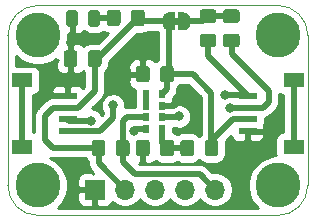
<source format=gbr>
%TF.GenerationSoftware,KiCad,Pcbnew,5.1.5+dfsg1-2~bpo10+1*%
%TF.CreationDate,Date%
%TF.ProjectId,Gesture Sensor,47657374-7572-4652-9053-656e736f722e,rev?*%
%TF.SameCoordinates,Original*%
%TF.FileFunction,Copper,L1,Top*%
%TF.FilePolarity,Positive*%
%FSLAX45Y45*%
G04 Gerber Fmt 4.5, Leading zero omitted, Abs format (unit mm)*
G04 Created by KiCad*
%MOMM*%
%LPD*%
G04 APERTURE LIST*
%ADD10C,0.050000*%
%ADD11C,0.150000*%
%ADD12R,1.550000X0.600000*%
%ADD13R,1.800000X1.200000*%
%ADD14C,3.800000*%
%ADD15O,1.700000X1.700000*%
%ADD16R,1.700000X1.700000*%
%ADD17R,0.600000X0.720000*%
%ADD18C,0.800000*%
%ADD19C,0.500000*%
%ADD20C,0.254000*%
%ADD21C,0.350000*%
G04 APERTURE END LIST*
D10*
X13335000Y-6350000D02*
G75*
G02X13081000Y-6096000I0J254000D01*
G01*
X15367000Y-4572000D02*
G75*
G02X15621000Y-4826000I0J-254000D01*
G01*
X15621000Y-6096000D02*
G75*
G02X15367000Y-6350000I-254000J0D01*
G01*
X13081000Y-4826000D02*
G75*
G02X13335000Y-4572000I254000J0D01*
G01*
X13335000Y-4572000D02*
X15367000Y-4572000D01*
X13081000Y-4826000D02*
X13081000Y-6096000D01*
X15621000Y-4826000D02*
X15621000Y-6096000D01*
X13335000Y-6350000D02*
X15367000Y-6350000D01*
D11*
G36*
X14482440Y-4736720D02*
G01*
X14532440Y-4736720D01*
X14532440Y-4676720D01*
X14482440Y-4676720D01*
X14482440Y-4736720D01*
G37*
D12*
X13589000Y-5636400D03*
X13589000Y-5536400D03*
X13589000Y-5436400D03*
X13589000Y-5336400D03*
D13*
X13201500Y-5206400D03*
X13201500Y-5766400D03*
D12*
X15113000Y-5336400D03*
X15113000Y-5436400D03*
X15113000Y-5536400D03*
X15113000Y-5636400D03*
D13*
X15500500Y-5766400D03*
X15500500Y-5206400D03*
D14*
X15367000Y-6096000D03*
%TA.AperFunction,SMDPad,CuDef*%
D11*
G36*
X14012570Y-4606840D02*
G01*
X14014997Y-4607200D01*
X14017377Y-4607797D01*
X14019687Y-4608623D01*
X14021905Y-4609672D01*
X14024009Y-4610933D01*
X14025980Y-4612395D01*
X14027798Y-4614042D01*
X14029445Y-4615860D01*
X14030907Y-4617831D01*
X14032168Y-4619935D01*
X14033217Y-4622153D01*
X14034043Y-4624463D01*
X14034640Y-4626843D01*
X14035000Y-4629270D01*
X14035120Y-4631720D01*
X14035120Y-4721720D01*
X14035000Y-4724171D01*
X14034640Y-4726597D01*
X14034043Y-4728977D01*
X14033217Y-4731287D01*
X14032168Y-4733505D01*
X14030907Y-4735609D01*
X14029445Y-4737580D01*
X14027798Y-4739398D01*
X14025980Y-4741045D01*
X14024009Y-4742507D01*
X14021905Y-4743768D01*
X14019687Y-4744817D01*
X14017377Y-4745644D01*
X14014997Y-4746240D01*
X14012570Y-4746600D01*
X14010120Y-4746720D01*
X13945120Y-4746720D01*
X13942669Y-4746600D01*
X13940243Y-4746240D01*
X13937863Y-4745644D01*
X13935553Y-4744817D01*
X13933335Y-4743768D01*
X13931231Y-4742507D01*
X13929260Y-4741045D01*
X13927442Y-4739398D01*
X13925795Y-4737580D01*
X13924333Y-4735609D01*
X13923072Y-4733505D01*
X13922023Y-4731287D01*
X13921196Y-4728977D01*
X13920600Y-4726597D01*
X13920240Y-4724171D01*
X13920120Y-4721720D01*
X13920120Y-4631720D01*
X13920240Y-4629270D01*
X13920600Y-4626843D01*
X13921196Y-4624463D01*
X13922023Y-4622153D01*
X13923072Y-4619935D01*
X13924333Y-4617831D01*
X13925795Y-4615860D01*
X13927442Y-4614042D01*
X13929260Y-4612395D01*
X13931231Y-4610933D01*
X13933335Y-4609672D01*
X13935553Y-4608623D01*
X13937863Y-4607797D01*
X13940243Y-4607200D01*
X13942669Y-4606840D01*
X13945120Y-4606720D01*
X14010120Y-4606720D01*
X14012570Y-4606840D01*
G37*
%TD.AperFunction*%
%TA.AperFunction,SMDPad,CuDef*%
G36*
X14217570Y-4606840D02*
G01*
X14219997Y-4607200D01*
X14222377Y-4607797D01*
X14224687Y-4608623D01*
X14226905Y-4609672D01*
X14229009Y-4610933D01*
X14230980Y-4612395D01*
X14232798Y-4614042D01*
X14234445Y-4615860D01*
X14235907Y-4617831D01*
X14237168Y-4619935D01*
X14238217Y-4622153D01*
X14239043Y-4624463D01*
X14239640Y-4626843D01*
X14240000Y-4629270D01*
X14240120Y-4631720D01*
X14240120Y-4721720D01*
X14240000Y-4724171D01*
X14239640Y-4726597D01*
X14239043Y-4728977D01*
X14238217Y-4731287D01*
X14237168Y-4733505D01*
X14235907Y-4735609D01*
X14234445Y-4737580D01*
X14232798Y-4739398D01*
X14230980Y-4741045D01*
X14229009Y-4742507D01*
X14226905Y-4743768D01*
X14224687Y-4744817D01*
X14222377Y-4745644D01*
X14219997Y-4746240D01*
X14217570Y-4746600D01*
X14215120Y-4746720D01*
X14150120Y-4746720D01*
X14147669Y-4746600D01*
X14145243Y-4746240D01*
X14142863Y-4745644D01*
X14140553Y-4744817D01*
X14138335Y-4743768D01*
X14136231Y-4742507D01*
X14134260Y-4741045D01*
X14132442Y-4739398D01*
X14130795Y-4737580D01*
X14129333Y-4735609D01*
X14128072Y-4733505D01*
X14127023Y-4731287D01*
X14126196Y-4728977D01*
X14125600Y-4726597D01*
X14125240Y-4724171D01*
X14125120Y-4721720D01*
X14125120Y-4631720D01*
X14125240Y-4629270D01*
X14125600Y-4626843D01*
X14126196Y-4624463D01*
X14127023Y-4622153D01*
X14128072Y-4619935D01*
X14129333Y-4617831D01*
X14130795Y-4615860D01*
X14132442Y-4614042D01*
X14134260Y-4612395D01*
X14136231Y-4610933D01*
X14138335Y-4609672D01*
X14140553Y-4608623D01*
X14142863Y-4607797D01*
X14145243Y-4607200D01*
X14147669Y-4606840D01*
X14150120Y-4606720D01*
X14215120Y-4606720D01*
X14217570Y-4606840D01*
G37*
%TD.AperFunction*%
%TA.AperFunction,SMDPad,CuDef*%
G36*
X14839870Y-5708620D02*
G01*
X14842297Y-5708980D01*
X14844677Y-5709576D01*
X14846987Y-5710403D01*
X14849205Y-5711452D01*
X14851309Y-5712713D01*
X14853280Y-5714175D01*
X14855098Y-5715822D01*
X14856745Y-5717640D01*
X14858207Y-5719611D01*
X14859468Y-5721715D01*
X14860517Y-5723933D01*
X14861343Y-5726243D01*
X14861940Y-5728623D01*
X14862300Y-5731049D01*
X14862420Y-5733500D01*
X14862420Y-5823500D01*
X14862300Y-5825950D01*
X14861940Y-5828377D01*
X14861343Y-5830757D01*
X14860517Y-5833067D01*
X14859468Y-5835285D01*
X14858207Y-5837389D01*
X14856745Y-5839360D01*
X14855098Y-5841178D01*
X14853280Y-5842825D01*
X14851309Y-5844287D01*
X14849205Y-5845548D01*
X14846987Y-5846597D01*
X14844677Y-5847423D01*
X14842297Y-5848020D01*
X14839870Y-5848380D01*
X14837420Y-5848500D01*
X14772420Y-5848500D01*
X14769969Y-5848380D01*
X14767543Y-5848020D01*
X14765163Y-5847423D01*
X14762853Y-5846597D01*
X14760635Y-5845548D01*
X14758531Y-5844287D01*
X14756560Y-5842825D01*
X14754742Y-5841178D01*
X14753095Y-5839360D01*
X14751633Y-5837389D01*
X14750372Y-5835285D01*
X14749323Y-5833067D01*
X14748496Y-5830757D01*
X14747900Y-5828377D01*
X14747540Y-5825950D01*
X14747420Y-5823500D01*
X14747420Y-5733500D01*
X14747540Y-5731049D01*
X14747900Y-5728623D01*
X14748496Y-5726243D01*
X14749323Y-5723933D01*
X14750372Y-5721715D01*
X14751633Y-5719611D01*
X14753095Y-5717640D01*
X14754742Y-5715822D01*
X14756560Y-5714175D01*
X14758531Y-5712713D01*
X14760635Y-5711452D01*
X14762853Y-5710403D01*
X14765163Y-5709576D01*
X14767543Y-5708980D01*
X14769969Y-5708620D01*
X14772420Y-5708500D01*
X14837420Y-5708500D01*
X14839870Y-5708620D01*
G37*
%TD.AperFunction*%
%TA.AperFunction,SMDPad,CuDef*%
G36*
X14634870Y-5708620D02*
G01*
X14637297Y-5708980D01*
X14639677Y-5709576D01*
X14641987Y-5710403D01*
X14644205Y-5711452D01*
X14646309Y-5712713D01*
X14648280Y-5714175D01*
X14650098Y-5715822D01*
X14651745Y-5717640D01*
X14653207Y-5719611D01*
X14654468Y-5721715D01*
X14655517Y-5723933D01*
X14656343Y-5726243D01*
X14656940Y-5728623D01*
X14657300Y-5731049D01*
X14657420Y-5733500D01*
X14657420Y-5823500D01*
X14657300Y-5825950D01*
X14656940Y-5828377D01*
X14656343Y-5830757D01*
X14655517Y-5833067D01*
X14654468Y-5835285D01*
X14653207Y-5837389D01*
X14651745Y-5839360D01*
X14650098Y-5841178D01*
X14648280Y-5842825D01*
X14646309Y-5844287D01*
X14644205Y-5845548D01*
X14641987Y-5846597D01*
X14639677Y-5847423D01*
X14637297Y-5848020D01*
X14634870Y-5848380D01*
X14632420Y-5848500D01*
X14567420Y-5848500D01*
X14564969Y-5848380D01*
X14562543Y-5848020D01*
X14560163Y-5847423D01*
X14557853Y-5846597D01*
X14555635Y-5845548D01*
X14553531Y-5844287D01*
X14551560Y-5842825D01*
X14549742Y-5841178D01*
X14548095Y-5839360D01*
X14546633Y-5837389D01*
X14545372Y-5835285D01*
X14544323Y-5833067D01*
X14543496Y-5830757D01*
X14542900Y-5828377D01*
X14542540Y-5825950D01*
X14542420Y-5823500D01*
X14542420Y-5733500D01*
X14542540Y-5731049D01*
X14542900Y-5728623D01*
X14543496Y-5726243D01*
X14544323Y-5723933D01*
X14545372Y-5721715D01*
X14546633Y-5719611D01*
X14548095Y-5717640D01*
X14549742Y-5715822D01*
X14551560Y-5714175D01*
X14553531Y-5712713D01*
X14555635Y-5711452D01*
X14557853Y-5710403D01*
X14560163Y-5709576D01*
X14562543Y-5708980D01*
X14564969Y-5708620D01*
X14567420Y-5708500D01*
X14632420Y-5708500D01*
X14634870Y-5708620D01*
G37*
%TD.AperFunction*%
%TA.AperFunction,SMDPad,CuDef*%
G36*
X15020750Y-4810160D02*
G01*
X15023177Y-4810520D01*
X15025557Y-4811117D01*
X15027867Y-4811943D01*
X15030085Y-4812992D01*
X15032189Y-4814253D01*
X15034160Y-4815715D01*
X15035978Y-4817362D01*
X15037625Y-4819180D01*
X15039087Y-4821151D01*
X15040348Y-4823255D01*
X15041397Y-4825473D01*
X15042223Y-4827783D01*
X15042820Y-4830163D01*
X15043180Y-4832590D01*
X15043300Y-4835040D01*
X15043300Y-4900040D01*
X15043180Y-4902491D01*
X15042820Y-4904917D01*
X15042223Y-4907297D01*
X15041397Y-4909607D01*
X15040348Y-4911825D01*
X15039087Y-4913929D01*
X15037625Y-4915900D01*
X15035978Y-4917718D01*
X15034160Y-4919365D01*
X15032189Y-4920827D01*
X15030085Y-4922088D01*
X15027867Y-4923137D01*
X15025557Y-4923964D01*
X15023177Y-4924560D01*
X15020750Y-4924920D01*
X15018300Y-4925040D01*
X14928300Y-4925040D01*
X14925849Y-4924920D01*
X14923423Y-4924560D01*
X14921043Y-4923964D01*
X14918733Y-4923137D01*
X14916515Y-4922088D01*
X14914411Y-4920827D01*
X14912440Y-4919365D01*
X14910622Y-4917718D01*
X14908975Y-4915900D01*
X14907513Y-4913929D01*
X14906252Y-4911825D01*
X14905203Y-4909607D01*
X14904376Y-4907297D01*
X14903780Y-4904917D01*
X14903420Y-4902491D01*
X14903300Y-4900040D01*
X14903300Y-4835040D01*
X14903420Y-4832590D01*
X14903780Y-4830163D01*
X14904376Y-4827783D01*
X14905203Y-4825473D01*
X14906252Y-4823255D01*
X14907513Y-4821151D01*
X14908975Y-4819180D01*
X14910622Y-4817362D01*
X14912440Y-4815715D01*
X14914411Y-4814253D01*
X14916515Y-4812992D01*
X14918733Y-4811943D01*
X14921043Y-4811117D01*
X14923423Y-4810520D01*
X14925849Y-4810160D01*
X14928300Y-4810040D01*
X15018300Y-4810040D01*
X15020750Y-4810160D01*
G37*
%TD.AperFunction*%
%TA.AperFunction,SMDPad,CuDef*%
G36*
X15020750Y-4605160D02*
G01*
X15023177Y-4605520D01*
X15025557Y-4606117D01*
X15027867Y-4606943D01*
X15030085Y-4607992D01*
X15032189Y-4609253D01*
X15034160Y-4610715D01*
X15035978Y-4612362D01*
X15037625Y-4614180D01*
X15039087Y-4616151D01*
X15040348Y-4618255D01*
X15041397Y-4620473D01*
X15042223Y-4622783D01*
X15042820Y-4625163D01*
X15043180Y-4627590D01*
X15043300Y-4630040D01*
X15043300Y-4695040D01*
X15043180Y-4697491D01*
X15042820Y-4699917D01*
X15042223Y-4702297D01*
X15041397Y-4704607D01*
X15040348Y-4706825D01*
X15039087Y-4708929D01*
X15037625Y-4710900D01*
X15035978Y-4712718D01*
X15034160Y-4714365D01*
X15032189Y-4715827D01*
X15030085Y-4717088D01*
X15027867Y-4718137D01*
X15025557Y-4718964D01*
X15023177Y-4719560D01*
X15020750Y-4719920D01*
X15018300Y-4720040D01*
X14928300Y-4720040D01*
X14925849Y-4719920D01*
X14923423Y-4719560D01*
X14921043Y-4718964D01*
X14918733Y-4718137D01*
X14916515Y-4717088D01*
X14914411Y-4715827D01*
X14912440Y-4714365D01*
X14910622Y-4712718D01*
X14908975Y-4710900D01*
X14907513Y-4708929D01*
X14906252Y-4706825D01*
X14905203Y-4704607D01*
X14904376Y-4702297D01*
X14903780Y-4699917D01*
X14903420Y-4697491D01*
X14903300Y-4695040D01*
X14903300Y-4630040D01*
X14903420Y-4627590D01*
X14903780Y-4625163D01*
X14904376Y-4622783D01*
X14905203Y-4620473D01*
X14906252Y-4618255D01*
X14907513Y-4616151D01*
X14908975Y-4614180D01*
X14910622Y-4612362D01*
X14912440Y-4610715D01*
X14914411Y-4609253D01*
X14916515Y-4607992D01*
X14918733Y-4606943D01*
X14921043Y-4606117D01*
X14923423Y-4605520D01*
X14925849Y-4605160D01*
X14928300Y-4605040D01*
X15018300Y-4605040D01*
X15020750Y-4605160D01*
G37*
%TD.AperFunction*%
%TA.AperFunction,SMDPad,CuDef*%
G36*
X14822630Y-4810160D02*
G01*
X14825057Y-4810520D01*
X14827437Y-4811117D01*
X14829747Y-4811943D01*
X14831965Y-4812992D01*
X14834069Y-4814253D01*
X14836040Y-4815715D01*
X14837858Y-4817362D01*
X14839505Y-4819180D01*
X14840967Y-4821151D01*
X14842228Y-4823255D01*
X14843277Y-4825473D01*
X14844103Y-4827783D01*
X14844700Y-4830163D01*
X14845060Y-4832590D01*
X14845180Y-4835040D01*
X14845180Y-4900040D01*
X14845060Y-4902491D01*
X14844700Y-4904917D01*
X14844103Y-4907297D01*
X14843277Y-4909607D01*
X14842228Y-4911825D01*
X14840967Y-4913929D01*
X14839505Y-4915900D01*
X14837858Y-4917718D01*
X14836040Y-4919365D01*
X14834069Y-4920827D01*
X14831965Y-4922088D01*
X14829747Y-4923137D01*
X14827437Y-4923964D01*
X14825057Y-4924560D01*
X14822630Y-4924920D01*
X14820180Y-4925040D01*
X14730180Y-4925040D01*
X14727729Y-4924920D01*
X14725303Y-4924560D01*
X14722923Y-4923964D01*
X14720613Y-4923137D01*
X14718395Y-4922088D01*
X14716291Y-4920827D01*
X14714320Y-4919365D01*
X14712502Y-4917718D01*
X14710855Y-4915900D01*
X14709393Y-4913929D01*
X14708132Y-4911825D01*
X14707083Y-4909607D01*
X14706256Y-4907297D01*
X14705660Y-4904917D01*
X14705300Y-4902491D01*
X14705180Y-4900040D01*
X14705180Y-4835040D01*
X14705300Y-4832590D01*
X14705660Y-4830163D01*
X14706256Y-4827783D01*
X14707083Y-4825473D01*
X14708132Y-4823255D01*
X14709393Y-4821151D01*
X14710855Y-4819180D01*
X14712502Y-4817362D01*
X14714320Y-4815715D01*
X14716291Y-4814253D01*
X14718395Y-4812992D01*
X14720613Y-4811943D01*
X14722923Y-4811117D01*
X14725303Y-4810520D01*
X14727729Y-4810160D01*
X14730180Y-4810040D01*
X14820180Y-4810040D01*
X14822630Y-4810160D01*
G37*
%TD.AperFunction*%
%TA.AperFunction,SMDPad,CuDef*%
G36*
X14822630Y-4605160D02*
G01*
X14825057Y-4605520D01*
X14827437Y-4606117D01*
X14829747Y-4606943D01*
X14831965Y-4607992D01*
X14834069Y-4609253D01*
X14836040Y-4610715D01*
X14837858Y-4612362D01*
X14839505Y-4614180D01*
X14840967Y-4616151D01*
X14842228Y-4618255D01*
X14843277Y-4620473D01*
X14844103Y-4622783D01*
X14844700Y-4625163D01*
X14845060Y-4627590D01*
X14845180Y-4630040D01*
X14845180Y-4695040D01*
X14845060Y-4697491D01*
X14844700Y-4699917D01*
X14844103Y-4702297D01*
X14843277Y-4704607D01*
X14842228Y-4706825D01*
X14840967Y-4708929D01*
X14839505Y-4710900D01*
X14837858Y-4712718D01*
X14836040Y-4714365D01*
X14834069Y-4715827D01*
X14831965Y-4717088D01*
X14829747Y-4718137D01*
X14827437Y-4718964D01*
X14825057Y-4719560D01*
X14822630Y-4719920D01*
X14820180Y-4720040D01*
X14730180Y-4720040D01*
X14727729Y-4719920D01*
X14725303Y-4719560D01*
X14722923Y-4718964D01*
X14720613Y-4718137D01*
X14718395Y-4717088D01*
X14716291Y-4715827D01*
X14714320Y-4714365D01*
X14712502Y-4712718D01*
X14710855Y-4710900D01*
X14709393Y-4708929D01*
X14708132Y-4706825D01*
X14707083Y-4704607D01*
X14706256Y-4702297D01*
X14705660Y-4699917D01*
X14705300Y-4697491D01*
X14705180Y-4695040D01*
X14705180Y-4630040D01*
X14705300Y-4627590D01*
X14705660Y-4625163D01*
X14706256Y-4622783D01*
X14707083Y-4620473D01*
X14708132Y-4618255D01*
X14709393Y-4616151D01*
X14710855Y-4614180D01*
X14712502Y-4612362D01*
X14714320Y-4610715D01*
X14716291Y-4609253D01*
X14718395Y-4607992D01*
X14720613Y-4606943D01*
X14722923Y-4606117D01*
X14725303Y-4605520D01*
X14727729Y-4605160D01*
X14730180Y-4605040D01*
X14820180Y-4605040D01*
X14822630Y-4605160D01*
G37*
%TD.AperFunction*%
%TA.AperFunction,SMDPad,CuDef*%
G36*
X14088770Y-5708620D02*
G01*
X14091197Y-5708980D01*
X14093577Y-5709576D01*
X14095887Y-5710403D01*
X14098105Y-5711452D01*
X14100209Y-5712713D01*
X14102180Y-5714175D01*
X14103998Y-5715822D01*
X14105645Y-5717640D01*
X14107107Y-5719611D01*
X14108368Y-5721715D01*
X14109417Y-5723933D01*
X14110243Y-5726243D01*
X14110840Y-5728623D01*
X14111200Y-5731049D01*
X14111320Y-5733500D01*
X14111320Y-5823500D01*
X14111200Y-5825950D01*
X14110840Y-5828377D01*
X14110243Y-5830757D01*
X14109417Y-5833067D01*
X14108368Y-5835285D01*
X14107107Y-5837389D01*
X14105645Y-5839360D01*
X14103998Y-5841178D01*
X14102180Y-5842825D01*
X14100209Y-5844287D01*
X14098105Y-5845548D01*
X14095887Y-5846597D01*
X14093577Y-5847423D01*
X14091197Y-5848020D01*
X14088770Y-5848380D01*
X14086320Y-5848500D01*
X14021320Y-5848500D01*
X14018869Y-5848380D01*
X14016443Y-5848020D01*
X14014063Y-5847423D01*
X14011753Y-5846597D01*
X14009535Y-5845548D01*
X14007431Y-5844287D01*
X14005460Y-5842825D01*
X14003642Y-5841178D01*
X14001995Y-5839360D01*
X14000533Y-5837389D01*
X13999272Y-5835285D01*
X13998223Y-5833067D01*
X13997396Y-5830757D01*
X13996800Y-5828377D01*
X13996440Y-5825950D01*
X13996320Y-5823500D01*
X13996320Y-5733500D01*
X13996440Y-5731049D01*
X13996800Y-5728623D01*
X13997396Y-5726243D01*
X13998223Y-5723933D01*
X13999272Y-5721715D01*
X14000533Y-5719611D01*
X14001995Y-5717640D01*
X14003642Y-5715822D01*
X14005460Y-5714175D01*
X14007431Y-5712713D01*
X14009535Y-5711452D01*
X14011753Y-5710403D01*
X14014063Y-5709576D01*
X14016443Y-5708980D01*
X14018869Y-5708620D01*
X14021320Y-5708500D01*
X14086320Y-5708500D01*
X14088770Y-5708620D01*
G37*
%TD.AperFunction*%
%TA.AperFunction,SMDPad,CuDef*%
G36*
X13883770Y-5708620D02*
G01*
X13886197Y-5708980D01*
X13888577Y-5709576D01*
X13890887Y-5710403D01*
X13893105Y-5711452D01*
X13895209Y-5712713D01*
X13897180Y-5714175D01*
X13898998Y-5715822D01*
X13900645Y-5717640D01*
X13902107Y-5719611D01*
X13903368Y-5721715D01*
X13904417Y-5723933D01*
X13905243Y-5726243D01*
X13905840Y-5728623D01*
X13906200Y-5731049D01*
X13906320Y-5733500D01*
X13906320Y-5823500D01*
X13906200Y-5825950D01*
X13905840Y-5828377D01*
X13905243Y-5830757D01*
X13904417Y-5833067D01*
X13903368Y-5835285D01*
X13902107Y-5837389D01*
X13900645Y-5839360D01*
X13898998Y-5841178D01*
X13897180Y-5842825D01*
X13895209Y-5844287D01*
X13893105Y-5845548D01*
X13890887Y-5846597D01*
X13888577Y-5847423D01*
X13886197Y-5848020D01*
X13883770Y-5848380D01*
X13881320Y-5848500D01*
X13816320Y-5848500D01*
X13813869Y-5848380D01*
X13811443Y-5848020D01*
X13809063Y-5847423D01*
X13806753Y-5846597D01*
X13804535Y-5845548D01*
X13802431Y-5844287D01*
X13800460Y-5842825D01*
X13798642Y-5841178D01*
X13796995Y-5839360D01*
X13795533Y-5837389D01*
X13794272Y-5835285D01*
X13793223Y-5833067D01*
X13792396Y-5830757D01*
X13791800Y-5828377D01*
X13791440Y-5825950D01*
X13791320Y-5823500D01*
X13791320Y-5733500D01*
X13791440Y-5731049D01*
X13791800Y-5728623D01*
X13792396Y-5726243D01*
X13793223Y-5723933D01*
X13794272Y-5721715D01*
X13795533Y-5719611D01*
X13796995Y-5717640D01*
X13798642Y-5715822D01*
X13800460Y-5714175D01*
X13802431Y-5712713D01*
X13804535Y-5711452D01*
X13806753Y-5710403D01*
X13809063Y-5709576D01*
X13811443Y-5708980D01*
X13813869Y-5708620D01*
X13816320Y-5708500D01*
X13881320Y-5708500D01*
X13883770Y-5708620D01*
G37*
%TD.AperFunction*%
%TA.AperFunction,SMDPad,CuDef*%
G36*
X14258950Y-5708620D02*
G01*
X14261377Y-5708980D01*
X14263757Y-5709576D01*
X14266067Y-5710403D01*
X14268285Y-5711452D01*
X14270389Y-5712713D01*
X14272360Y-5714175D01*
X14274178Y-5715822D01*
X14275825Y-5717640D01*
X14277287Y-5719611D01*
X14278548Y-5721715D01*
X14279597Y-5723933D01*
X14280423Y-5726243D01*
X14281020Y-5728623D01*
X14281380Y-5731049D01*
X14281500Y-5733500D01*
X14281500Y-5823500D01*
X14281380Y-5825950D01*
X14281020Y-5828377D01*
X14280423Y-5830757D01*
X14279597Y-5833067D01*
X14278548Y-5835285D01*
X14277287Y-5837389D01*
X14275825Y-5839360D01*
X14274178Y-5841178D01*
X14272360Y-5842825D01*
X14270389Y-5844287D01*
X14268285Y-5845548D01*
X14266067Y-5846597D01*
X14263757Y-5847423D01*
X14261377Y-5848020D01*
X14258950Y-5848380D01*
X14256500Y-5848500D01*
X14191500Y-5848500D01*
X14189049Y-5848380D01*
X14186623Y-5848020D01*
X14184243Y-5847423D01*
X14181933Y-5846597D01*
X14179715Y-5845548D01*
X14177611Y-5844287D01*
X14175640Y-5842825D01*
X14173822Y-5841178D01*
X14172175Y-5839360D01*
X14170713Y-5837389D01*
X14169452Y-5835285D01*
X14168403Y-5833067D01*
X14167576Y-5830757D01*
X14166980Y-5828377D01*
X14166620Y-5825950D01*
X14166500Y-5823500D01*
X14166500Y-5733500D01*
X14166620Y-5731049D01*
X14166980Y-5728623D01*
X14167576Y-5726243D01*
X14168403Y-5723933D01*
X14169452Y-5721715D01*
X14170713Y-5719611D01*
X14172175Y-5717640D01*
X14173822Y-5715822D01*
X14175640Y-5714175D01*
X14177611Y-5712713D01*
X14179715Y-5711452D01*
X14181933Y-5710403D01*
X14184243Y-5709576D01*
X14186623Y-5708980D01*
X14189049Y-5708620D01*
X14191500Y-5708500D01*
X14256500Y-5708500D01*
X14258950Y-5708620D01*
G37*
%TD.AperFunction*%
%TA.AperFunction,SMDPad,CuDef*%
G36*
X14463950Y-5708620D02*
G01*
X14466377Y-5708980D01*
X14468757Y-5709576D01*
X14471067Y-5710403D01*
X14473285Y-5711452D01*
X14475389Y-5712713D01*
X14477360Y-5714175D01*
X14479178Y-5715822D01*
X14480825Y-5717640D01*
X14482287Y-5719611D01*
X14483548Y-5721715D01*
X14484597Y-5723933D01*
X14485423Y-5726243D01*
X14486020Y-5728623D01*
X14486380Y-5731049D01*
X14486500Y-5733500D01*
X14486500Y-5823500D01*
X14486380Y-5825950D01*
X14486020Y-5828377D01*
X14485423Y-5830757D01*
X14484597Y-5833067D01*
X14483548Y-5835285D01*
X14482287Y-5837389D01*
X14480825Y-5839360D01*
X14479178Y-5841178D01*
X14477360Y-5842825D01*
X14475389Y-5844287D01*
X14473285Y-5845548D01*
X14471067Y-5846597D01*
X14468757Y-5847423D01*
X14466377Y-5848020D01*
X14463950Y-5848380D01*
X14461500Y-5848500D01*
X14396500Y-5848500D01*
X14394049Y-5848380D01*
X14391623Y-5848020D01*
X14389243Y-5847423D01*
X14386933Y-5846597D01*
X14384715Y-5845548D01*
X14382611Y-5844287D01*
X14380640Y-5842825D01*
X14378822Y-5841178D01*
X14377175Y-5839360D01*
X14375713Y-5837389D01*
X14374452Y-5835285D01*
X14373403Y-5833067D01*
X14372576Y-5830757D01*
X14371980Y-5828377D01*
X14371620Y-5825950D01*
X14371500Y-5823500D01*
X14371500Y-5733500D01*
X14371620Y-5731049D01*
X14371980Y-5728623D01*
X14372576Y-5726243D01*
X14373403Y-5723933D01*
X14374452Y-5721715D01*
X14375713Y-5719611D01*
X14377175Y-5717640D01*
X14378822Y-5715822D01*
X14380640Y-5714175D01*
X14382611Y-5712713D01*
X14384715Y-5711452D01*
X14386933Y-5710403D01*
X14389243Y-5709576D01*
X14391623Y-5708980D01*
X14394049Y-5708620D01*
X14396500Y-5708500D01*
X14461500Y-5708500D01*
X14463950Y-5708620D01*
G37*
%TD.AperFunction*%
%TA.AperFunction,SMDPad,CuDef*%
G36*
X14258950Y-5083780D02*
G01*
X14261377Y-5084140D01*
X14263757Y-5084737D01*
X14266067Y-5085563D01*
X14268285Y-5086612D01*
X14270389Y-5087873D01*
X14272360Y-5089335D01*
X14274178Y-5090982D01*
X14275825Y-5092800D01*
X14277287Y-5094771D01*
X14278548Y-5096875D01*
X14279597Y-5099093D01*
X14280423Y-5101403D01*
X14281020Y-5103783D01*
X14281380Y-5106210D01*
X14281500Y-5108660D01*
X14281500Y-5198660D01*
X14281380Y-5201111D01*
X14281020Y-5203537D01*
X14280423Y-5205917D01*
X14279597Y-5208227D01*
X14278548Y-5210445D01*
X14277287Y-5212549D01*
X14275825Y-5214520D01*
X14274178Y-5216338D01*
X14272360Y-5217985D01*
X14270389Y-5219447D01*
X14268285Y-5220708D01*
X14266067Y-5221757D01*
X14263757Y-5222584D01*
X14261377Y-5223180D01*
X14258950Y-5223540D01*
X14256500Y-5223660D01*
X14191500Y-5223660D01*
X14189049Y-5223540D01*
X14186623Y-5223180D01*
X14184243Y-5222584D01*
X14181933Y-5221757D01*
X14179715Y-5220708D01*
X14177611Y-5219447D01*
X14175640Y-5217985D01*
X14173822Y-5216338D01*
X14172175Y-5214520D01*
X14170713Y-5212549D01*
X14169452Y-5210445D01*
X14168403Y-5208227D01*
X14167576Y-5205917D01*
X14166980Y-5203537D01*
X14166620Y-5201111D01*
X14166500Y-5198660D01*
X14166500Y-5108660D01*
X14166620Y-5106210D01*
X14166980Y-5103783D01*
X14167576Y-5101403D01*
X14168403Y-5099093D01*
X14169452Y-5096875D01*
X14170713Y-5094771D01*
X14172175Y-5092800D01*
X14173822Y-5090982D01*
X14175640Y-5089335D01*
X14177611Y-5087873D01*
X14179715Y-5086612D01*
X14181933Y-5085563D01*
X14184243Y-5084737D01*
X14186623Y-5084140D01*
X14189049Y-5083780D01*
X14191500Y-5083660D01*
X14256500Y-5083660D01*
X14258950Y-5083780D01*
G37*
%TD.AperFunction*%
%TA.AperFunction,SMDPad,CuDef*%
G36*
X14463950Y-5083780D02*
G01*
X14466377Y-5084140D01*
X14468757Y-5084737D01*
X14471067Y-5085563D01*
X14473285Y-5086612D01*
X14475389Y-5087873D01*
X14477360Y-5089335D01*
X14479178Y-5090982D01*
X14480825Y-5092800D01*
X14482287Y-5094771D01*
X14483548Y-5096875D01*
X14484597Y-5099093D01*
X14485423Y-5101403D01*
X14486020Y-5103783D01*
X14486380Y-5106210D01*
X14486500Y-5108660D01*
X14486500Y-5198660D01*
X14486380Y-5201111D01*
X14486020Y-5203537D01*
X14485423Y-5205917D01*
X14484597Y-5208227D01*
X14483548Y-5210445D01*
X14482287Y-5212549D01*
X14480825Y-5214520D01*
X14479178Y-5216338D01*
X14477360Y-5217985D01*
X14475389Y-5219447D01*
X14473285Y-5220708D01*
X14471067Y-5221757D01*
X14468757Y-5222584D01*
X14466377Y-5223180D01*
X14463950Y-5223540D01*
X14461500Y-5223660D01*
X14396500Y-5223660D01*
X14394049Y-5223540D01*
X14391623Y-5223180D01*
X14389243Y-5222584D01*
X14386933Y-5221757D01*
X14384715Y-5220708D01*
X14382611Y-5219447D01*
X14380640Y-5217985D01*
X14378822Y-5216338D01*
X14377175Y-5214520D01*
X14375713Y-5212549D01*
X14374452Y-5210445D01*
X14373403Y-5208227D01*
X14372576Y-5205917D01*
X14371980Y-5203537D01*
X14371620Y-5201111D01*
X14371500Y-5198660D01*
X14371500Y-5108660D01*
X14371620Y-5106210D01*
X14371980Y-5103783D01*
X14372576Y-5101403D01*
X14373403Y-5099093D01*
X14374452Y-5096875D01*
X14375713Y-5094771D01*
X14377175Y-5092800D01*
X14378822Y-5090982D01*
X14380640Y-5089335D01*
X14382611Y-5087873D01*
X14384715Y-5086612D01*
X14386933Y-5085563D01*
X14389243Y-5084737D01*
X14391623Y-5084140D01*
X14394049Y-5083780D01*
X14396500Y-5083660D01*
X14461500Y-5083660D01*
X14463950Y-5083780D01*
G37*
%TD.AperFunction*%
%TA.AperFunction,SMDPad,CuDef*%
G36*
X13646810Y-4951700D02*
G01*
X13649237Y-4952060D01*
X13651617Y-4952657D01*
X13653927Y-4953483D01*
X13656145Y-4954532D01*
X13658249Y-4955793D01*
X13660220Y-4957255D01*
X13662038Y-4958902D01*
X13663685Y-4960720D01*
X13665147Y-4962691D01*
X13666408Y-4964795D01*
X13667457Y-4967013D01*
X13668283Y-4969323D01*
X13668880Y-4971703D01*
X13669240Y-4974130D01*
X13669360Y-4976580D01*
X13669360Y-5066580D01*
X13669240Y-5069031D01*
X13668880Y-5071457D01*
X13668283Y-5073837D01*
X13667457Y-5076147D01*
X13666408Y-5078365D01*
X13665147Y-5080469D01*
X13663685Y-5082440D01*
X13662038Y-5084258D01*
X13660220Y-5085905D01*
X13658249Y-5087367D01*
X13656145Y-5088628D01*
X13653927Y-5089677D01*
X13651617Y-5090504D01*
X13649237Y-5091100D01*
X13646810Y-5091460D01*
X13644360Y-5091580D01*
X13579360Y-5091580D01*
X13576909Y-5091460D01*
X13574483Y-5091100D01*
X13572103Y-5090504D01*
X13569793Y-5089677D01*
X13567575Y-5088628D01*
X13565471Y-5087367D01*
X13563500Y-5085905D01*
X13561682Y-5084258D01*
X13560035Y-5082440D01*
X13558573Y-5080469D01*
X13557312Y-5078365D01*
X13556263Y-5076147D01*
X13555436Y-5073837D01*
X13554840Y-5071457D01*
X13554480Y-5069031D01*
X13554360Y-5066580D01*
X13554360Y-4976580D01*
X13554480Y-4974130D01*
X13554840Y-4971703D01*
X13555436Y-4969323D01*
X13556263Y-4967013D01*
X13557312Y-4964795D01*
X13558573Y-4962691D01*
X13560035Y-4960720D01*
X13561682Y-4958902D01*
X13563500Y-4957255D01*
X13565471Y-4955793D01*
X13567575Y-4954532D01*
X13569793Y-4953483D01*
X13572103Y-4952657D01*
X13574483Y-4952060D01*
X13576909Y-4951700D01*
X13579360Y-4951580D01*
X13644360Y-4951580D01*
X13646810Y-4951700D01*
G37*
%TD.AperFunction*%
%TA.AperFunction,SMDPad,CuDef*%
G36*
X13851810Y-4951700D02*
G01*
X13854237Y-4952060D01*
X13856617Y-4952657D01*
X13858927Y-4953483D01*
X13861145Y-4954532D01*
X13863249Y-4955793D01*
X13865220Y-4957255D01*
X13867038Y-4958902D01*
X13868685Y-4960720D01*
X13870147Y-4962691D01*
X13871408Y-4964795D01*
X13872457Y-4967013D01*
X13873283Y-4969323D01*
X13873880Y-4971703D01*
X13874240Y-4974130D01*
X13874360Y-4976580D01*
X13874360Y-5066580D01*
X13874240Y-5069031D01*
X13873880Y-5071457D01*
X13873283Y-5073837D01*
X13872457Y-5076147D01*
X13871408Y-5078365D01*
X13870147Y-5080469D01*
X13868685Y-5082440D01*
X13867038Y-5084258D01*
X13865220Y-5085905D01*
X13863249Y-5087367D01*
X13861145Y-5088628D01*
X13858927Y-5089677D01*
X13856617Y-5090504D01*
X13854237Y-5091100D01*
X13851810Y-5091460D01*
X13849360Y-5091580D01*
X13784360Y-5091580D01*
X13781909Y-5091460D01*
X13779483Y-5091100D01*
X13777103Y-5090504D01*
X13774793Y-5089677D01*
X13772575Y-5088628D01*
X13770471Y-5087367D01*
X13768500Y-5085905D01*
X13766682Y-5084258D01*
X13765035Y-5082440D01*
X13763573Y-5080469D01*
X13762312Y-5078365D01*
X13761263Y-5076147D01*
X13760436Y-5073837D01*
X13759840Y-5071457D01*
X13759480Y-5069031D01*
X13759360Y-5066580D01*
X13759360Y-4976580D01*
X13759480Y-4974130D01*
X13759840Y-4971703D01*
X13760436Y-4969323D01*
X13761263Y-4967013D01*
X13762312Y-4964795D01*
X13763573Y-4962691D01*
X13765035Y-4960720D01*
X13766682Y-4958902D01*
X13768500Y-4957255D01*
X13770471Y-4955793D01*
X13772575Y-4954532D01*
X13774793Y-4953483D01*
X13777103Y-4952657D01*
X13779483Y-4952060D01*
X13781909Y-4951700D01*
X13784360Y-4951580D01*
X13849360Y-4951580D01*
X13851810Y-4951700D01*
G37*
%TD.AperFunction*%
D15*
X14835000Y-6131000D03*
X14581000Y-6131000D03*
X14327000Y-6131000D03*
X14073000Y-6131000D03*
D16*
X13819000Y-6131000D03*
D14*
X13335000Y-6096000D03*
X13335000Y-4826000D03*
X15367000Y-4826000D03*
%TA.AperFunction,SMDPad,CuDef*%
D11*
G36*
X14522440Y-4631720D02*
G01*
X14572440Y-4631720D01*
X14572440Y-4631780D01*
X14574893Y-4631780D01*
X14579776Y-4632261D01*
X14584589Y-4633218D01*
X14589284Y-4634643D01*
X14593818Y-4636521D01*
X14598145Y-4638834D01*
X14602225Y-4641560D01*
X14606018Y-4644672D01*
X14609488Y-4648142D01*
X14612600Y-4651935D01*
X14615326Y-4656015D01*
X14617639Y-4660342D01*
X14619517Y-4664876D01*
X14620942Y-4669571D01*
X14621899Y-4674384D01*
X14622380Y-4679267D01*
X14622380Y-4681720D01*
X14622440Y-4681720D01*
X14622440Y-4731720D01*
X14622380Y-4731720D01*
X14622380Y-4734173D01*
X14621899Y-4739057D01*
X14620942Y-4743869D01*
X14619517Y-4748565D01*
X14617639Y-4753098D01*
X14615326Y-4757425D01*
X14612600Y-4761505D01*
X14609488Y-4765298D01*
X14606018Y-4768768D01*
X14602225Y-4771880D01*
X14598145Y-4774606D01*
X14593818Y-4776920D01*
X14589284Y-4778797D01*
X14584589Y-4780222D01*
X14579776Y-4781179D01*
X14574893Y-4781660D01*
X14572440Y-4781660D01*
X14572440Y-4781720D01*
X14522440Y-4781720D01*
X14522440Y-4631720D01*
G37*
%TD.AperFunction*%
%TA.AperFunction,SMDPad,CuDef*%
G36*
X14442440Y-4781660D02*
G01*
X14439987Y-4781660D01*
X14435103Y-4781179D01*
X14430291Y-4780222D01*
X14425595Y-4778797D01*
X14421062Y-4776920D01*
X14416735Y-4774606D01*
X14412655Y-4771880D01*
X14408862Y-4768768D01*
X14405392Y-4765298D01*
X14402280Y-4761505D01*
X14399554Y-4757425D01*
X14397240Y-4753098D01*
X14395363Y-4748565D01*
X14393938Y-4743869D01*
X14392981Y-4739057D01*
X14392500Y-4734173D01*
X14392500Y-4731720D01*
X14392440Y-4731720D01*
X14392440Y-4681720D01*
X14392500Y-4681720D01*
X14392500Y-4679267D01*
X14392981Y-4674384D01*
X14393938Y-4669571D01*
X14395363Y-4664876D01*
X14397240Y-4660342D01*
X14399554Y-4656015D01*
X14402280Y-4651935D01*
X14405392Y-4648142D01*
X14408862Y-4644672D01*
X14412655Y-4641560D01*
X14416735Y-4638834D01*
X14421062Y-4636521D01*
X14425595Y-4634643D01*
X14430291Y-4633218D01*
X14435103Y-4632261D01*
X14439987Y-4631780D01*
X14442440Y-4631780D01*
X14442440Y-4631720D01*
X14492440Y-4631720D01*
X14492440Y-4781720D01*
X14442440Y-4781720D01*
X14442440Y-4781660D01*
G37*
%TD.AperFunction*%
%TA.AperFunction,SMDPad,CuDef*%
G36*
X13839054Y-4611337D02*
G01*
X13841420Y-4611688D01*
X13843741Y-4612270D01*
X13845993Y-4613075D01*
X13848155Y-4614098D01*
X13850207Y-4615328D01*
X13852128Y-4616753D01*
X13853901Y-4618359D01*
X13855507Y-4620132D01*
X13856932Y-4622053D01*
X13858162Y-4624105D01*
X13859185Y-4626267D01*
X13859990Y-4628519D01*
X13860572Y-4630840D01*
X13860923Y-4633206D01*
X13861040Y-4635595D01*
X13861040Y-4726845D01*
X13860923Y-4729234D01*
X13860572Y-4731600D01*
X13859990Y-4733921D01*
X13859185Y-4736173D01*
X13858162Y-4738335D01*
X13856932Y-4740387D01*
X13855507Y-4742308D01*
X13853901Y-4744081D01*
X13852128Y-4745687D01*
X13850207Y-4747112D01*
X13848155Y-4748342D01*
X13845993Y-4749365D01*
X13843741Y-4750170D01*
X13841420Y-4750752D01*
X13839054Y-4751103D01*
X13836665Y-4751220D01*
X13787915Y-4751220D01*
X13785526Y-4751103D01*
X13783160Y-4750752D01*
X13780839Y-4750170D01*
X13778587Y-4749365D01*
X13776425Y-4748342D01*
X13774373Y-4747112D01*
X13772452Y-4745687D01*
X13770679Y-4744081D01*
X13769073Y-4742308D01*
X13767648Y-4740387D01*
X13766418Y-4738335D01*
X13765395Y-4736173D01*
X13764590Y-4733921D01*
X13764008Y-4731600D01*
X13763657Y-4729234D01*
X13763540Y-4726845D01*
X13763540Y-4635595D01*
X13763657Y-4633206D01*
X13764008Y-4630840D01*
X13764590Y-4628519D01*
X13765395Y-4626267D01*
X13766418Y-4624105D01*
X13767648Y-4622053D01*
X13769073Y-4620132D01*
X13770679Y-4618359D01*
X13772452Y-4616753D01*
X13774373Y-4615328D01*
X13776425Y-4614098D01*
X13778587Y-4613075D01*
X13780839Y-4612270D01*
X13783160Y-4611688D01*
X13785526Y-4611337D01*
X13787915Y-4611220D01*
X13836665Y-4611220D01*
X13839054Y-4611337D01*
G37*
%TD.AperFunction*%
%TA.AperFunction,SMDPad,CuDef*%
G36*
X13651554Y-4611337D02*
G01*
X13653920Y-4611688D01*
X13656241Y-4612270D01*
X13658493Y-4613075D01*
X13660655Y-4614098D01*
X13662707Y-4615328D01*
X13664628Y-4616753D01*
X13666401Y-4618359D01*
X13668007Y-4620132D01*
X13669432Y-4622053D01*
X13670662Y-4624105D01*
X13671685Y-4626267D01*
X13672490Y-4628519D01*
X13673072Y-4630840D01*
X13673423Y-4633206D01*
X13673540Y-4635595D01*
X13673540Y-4726845D01*
X13673423Y-4729234D01*
X13673072Y-4731600D01*
X13672490Y-4733921D01*
X13671685Y-4736173D01*
X13670662Y-4738335D01*
X13669432Y-4740387D01*
X13668007Y-4742308D01*
X13666401Y-4744081D01*
X13664628Y-4745687D01*
X13662707Y-4747112D01*
X13660655Y-4748342D01*
X13658493Y-4749365D01*
X13656241Y-4750170D01*
X13653920Y-4750752D01*
X13651554Y-4751103D01*
X13649165Y-4751220D01*
X13600415Y-4751220D01*
X13598026Y-4751103D01*
X13595660Y-4750752D01*
X13593339Y-4750170D01*
X13591087Y-4749365D01*
X13588925Y-4748342D01*
X13586873Y-4747112D01*
X13584952Y-4745687D01*
X13583179Y-4744081D01*
X13581573Y-4742308D01*
X13580148Y-4740387D01*
X13578918Y-4738335D01*
X13577895Y-4736173D01*
X13577090Y-4733921D01*
X13576508Y-4731600D01*
X13576157Y-4729234D01*
X13576040Y-4726845D01*
X13576040Y-4635595D01*
X13576157Y-4633206D01*
X13576508Y-4630840D01*
X13577090Y-4628519D01*
X13577895Y-4626267D01*
X13578918Y-4624105D01*
X13580148Y-4622053D01*
X13581573Y-4620132D01*
X13583179Y-4618359D01*
X13584952Y-4616753D01*
X13586873Y-4615328D01*
X13588925Y-4614098D01*
X13591087Y-4613075D01*
X13593339Y-4612270D01*
X13595660Y-4611688D01*
X13598026Y-4611337D01*
X13600415Y-4611220D01*
X13649165Y-4611220D01*
X13651554Y-4611337D01*
G37*
%TD.AperFunction*%
D17*
X14387980Y-5614120D03*
X14387980Y-5517120D03*
X14387980Y-5420120D03*
X14387980Y-5323120D03*
X14247980Y-5323120D03*
X14247980Y-5420120D03*
X14247980Y-5517120D03*
X14247980Y-5614120D03*
D18*
X14538960Y-5369560D03*
X13609320Y-5189220D03*
X14241780Y-4907280D03*
X15354300Y-5565140D03*
X14922500Y-5331460D03*
X14531340Y-5511800D03*
X13972540Y-5417820D03*
X13784580Y-5547360D03*
X14152880Y-5631180D03*
X14963140Y-5440680D03*
D19*
X14488400Y-5420120D02*
X14387980Y-5420120D01*
X14538960Y-5369560D02*
X14488400Y-5420120D01*
X13816860Y-5297040D02*
X13816860Y-5021580D01*
X13677500Y-5436400D02*
X13816860Y-5297040D01*
X13589000Y-5436400D02*
X13677500Y-5436400D01*
X13839720Y-5021580D02*
X14182620Y-4678680D01*
X13816860Y-5021580D02*
X13839720Y-5021580D01*
X14434080Y-5158740D02*
X14429000Y-5153660D01*
X14429000Y-5282100D02*
X14387980Y-5323120D01*
X14429000Y-5153660D02*
X14429000Y-5282100D01*
X14804920Y-5716980D02*
X14804920Y-5778500D01*
X14985500Y-5536400D02*
X14804920Y-5716980D01*
X15113000Y-5536400D02*
X14985500Y-5536400D01*
X14212620Y-4706720D02*
X14182620Y-4676720D01*
X14442440Y-4706720D02*
X14212620Y-4706720D01*
X14442440Y-5140220D02*
X14429000Y-5153660D01*
X14442440Y-4706720D02*
X14442440Y-5140220D01*
X14429000Y-5153660D02*
X14645640Y-5153660D01*
X14804920Y-5312940D02*
X14804920Y-5778500D01*
X14645640Y-5153660D02*
X14804920Y-5312940D01*
X13848820Y-5778500D02*
X13459460Y-5778500D01*
X13459460Y-5778500D02*
X13393420Y-5712460D01*
X13393420Y-5504480D02*
X13461500Y-5436400D01*
X13461500Y-5436400D02*
X13589000Y-5436400D01*
X13393420Y-5712460D02*
X13393420Y-5504480D01*
X13848820Y-5906820D02*
X13848820Y-5778500D01*
X14073000Y-6131000D02*
X13848820Y-5906820D01*
X14247980Y-5517120D02*
X14086600Y-5517120D01*
X14053820Y-5549900D02*
X14053820Y-5778500D01*
X14086600Y-5517120D02*
X14053820Y-5549900D01*
X14053820Y-5778500D02*
X14053820Y-5900420D01*
X14053820Y-5900420D02*
X14155420Y-6002020D01*
X14705000Y-6001000D02*
X14835000Y-6131000D01*
X14156440Y-6001000D02*
X14705000Y-6001000D01*
X14155420Y-6002020D02*
X14156440Y-6001000D01*
X14775180Y-4998580D02*
X15113000Y-5336400D01*
X14775180Y-4867540D02*
X14775180Y-4998580D01*
X14526020Y-5517120D02*
X14531340Y-5511800D01*
X14387980Y-5517120D02*
X14526020Y-5517120D01*
X15108060Y-5331460D02*
X15113000Y-5336400D01*
X14922500Y-5331460D02*
X15108060Y-5331460D01*
X13972540Y-5417820D02*
X13972540Y-5524500D01*
X13860640Y-5636400D02*
X13589000Y-5636400D01*
X13972540Y-5524500D02*
X13860640Y-5636400D01*
X14975840Y-4867540D02*
X14975840Y-4983480D01*
X14975840Y-4983480D02*
X15288260Y-5295900D01*
X15240500Y-5436400D02*
X15113000Y-5436400D01*
X15288260Y-5388640D02*
X15240500Y-5436400D01*
X15288260Y-5295900D02*
X15288260Y-5388640D01*
X14169976Y-5614120D02*
X14152898Y-5631198D01*
X14247980Y-5614120D02*
X14169976Y-5614120D01*
X13599960Y-5547360D02*
X13589000Y-5536400D01*
X13784580Y-5547360D02*
X13599960Y-5547360D01*
X15108720Y-5440680D02*
X15113000Y-5436400D01*
X14963140Y-5440680D02*
X15108720Y-5440680D01*
X15500500Y-5206400D02*
X15500500Y-5766400D01*
X13201500Y-5206400D02*
X13201500Y-5766400D01*
X13814830Y-4678680D02*
X13812290Y-4681220D01*
X13977620Y-4678680D02*
X13814830Y-4678680D01*
X14599920Y-5778500D02*
X14429000Y-5778500D01*
X14387980Y-5737480D02*
X14429000Y-5778500D01*
X14387980Y-5614120D02*
X14387980Y-5737480D01*
X14247980Y-5420120D02*
X14247980Y-5323120D01*
X14731000Y-4706720D02*
X14775180Y-4662540D01*
X14572440Y-4706720D02*
X14731000Y-4706720D01*
X14775180Y-4662540D02*
X14975840Y-4662540D01*
D20*
G36*
X15386082Y-5325350D02*
G01*
X15398052Y-5328981D01*
X15410500Y-5330207D01*
X15412000Y-5330207D01*
X15412000Y-5642593D01*
X15410500Y-5642593D01*
X15398052Y-5643819D01*
X15386082Y-5647450D01*
X15375051Y-5653346D01*
X15365381Y-5661281D01*
X15357446Y-5670951D01*
X15351550Y-5681982D01*
X15347919Y-5693952D01*
X15346693Y-5706400D01*
X15346693Y-5826400D01*
X15347919Y-5838848D01*
X15349027Y-5842500D01*
X15342032Y-5842500D01*
X15293057Y-5852242D01*
X15246923Y-5871351D01*
X15205403Y-5899094D01*
X15170094Y-5934403D01*
X15142351Y-5975923D01*
X15123242Y-6022057D01*
X15113500Y-6071032D01*
X15113500Y-6120968D01*
X15123242Y-6169943D01*
X15142351Y-6216077D01*
X15170094Y-6257597D01*
X15196497Y-6284000D01*
X13505503Y-6284000D01*
X13531906Y-6257597D01*
X13559649Y-6216077D01*
X13559681Y-6216000D01*
X13670193Y-6216000D01*
X13671419Y-6228448D01*
X13675050Y-6240418D01*
X13680946Y-6251449D01*
X13688881Y-6261118D01*
X13698551Y-6269054D01*
X13709582Y-6274950D01*
X13721552Y-6278581D01*
X13734000Y-6279807D01*
X13790425Y-6279500D01*
X13806300Y-6263625D01*
X13806300Y-6143700D01*
X13686375Y-6143700D01*
X13670500Y-6159575D01*
X13670193Y-6216000D01*
X13559681Y-6216000D01*
X13578758Y-6169943D01*
X13588500Y-6120968D01*
X13588500Y-6071032D01*
X13578758Y-6022057D01*
X13559649Y-5975923D01*
X13531906Y-5934403D01*
X13496597Y-5899094D01*
X13455077Y-5871351D01*
X13439758Y-5865006D01*
X13442111Y-5865719D01*
X13442111Y-5865719D01*
X13455112Y-5867000D01*
X13455113Y-5867000D01*
X13459460Y-5867428D01*
X13463807Y-5867000D01*
X13739359Y-5867000D01*
X13742479Y-5872839D01*
X13753524Y-5886296D01*
X13760320Y-5891874D01*
X13760320Y-5902473D01*
X13759892Y-5906820D01*
X13760320Y-5911167D01*
X13760320Y-5911168D01*
X13760970Y-5917769D01*
X13761600Y-5924169D01*
X13762477Y-5927059D01*
X13766661Y-5940851D01*
X13774879Y-5956226D01*
X13785938Y-5969702D01*
X13789316Y-5972473D01*
X13806300Y-5989458D01*
X13806300Y-5998375D01*
X13790425Y-5982500D01*
X13734000Y-5982193D01*
X13721552Y-5983419D01*
X13709582Y-5987050D01*
X13698551Y-5992946D01*
X13688881Y-6000881D01*
X13680946Y-6010551D01*
X13675050Y-6021582D01*
X13671419Y-6033552D01*
X13670193Y-6046000D01*
X13670500Y-6102425D01*
X13686375Y-6118300D01*
X13806300Y-6118300D01*
X13806300Y-6116300D01*
X13831700Y-6116300D01*
X13831700Y-6118300D01*
X13833700Y-6118300D01*
X13833700Y-6143700D01*
X13831700Y-6143700D01*
X13831700Y-6263625D01*
X13847575Y-6279500D01*
X13904000Y-6279807D01*
X13916448Y-6278581D01*
X13928418Y-6274950D01*
X13939449Y-6269054D01*
X13949118Y-6261118D01*
X13957054Y-6251449D01*
X13962950Y-6240418D01*
X13965151Y-6233162D01*
X13978337Y-6246347D01*
X14002659Y-6262599D01*
X14029684Y-6273793D01*
X14058374Y-6279500D01*
X14087626Y-6279500D01*
X14116316Y-6273793D01*
X14143341Y-6262599D01*
X14167663Y-6246347D01*
X14188347Y-6225663D01*
X14200000Y-6208224D01*
X14211652Y-6225663D01*
X14232337Y-6246347D01*
X14256659Y-6262599D01*
X14283684Y-6273793D01*
X14312374Y-6279500D01*
X14341626Y-6279500D01*
X14370316Y-6273793D01*
X14397341Y-6262599D01*
X14421663Y-6246347D01*
X14442347Y-6225663D01*
X14454000Y-6208224D01*
X14465652Y-6225663D01*
X14486337Y-6246347D01*
X14510659Y-6262599D01*
X14537684Y-6273793D01*
X14566374Y-6279500D01*
X14595626Y-6279500D01*
X14624316Y-6273793D01*
X14651341Y-6262599D01*
X14675663Y-6246347D01*
X14696347Y-6225663D01*
X14708000Y-6208224D01*
X14719652Y-6225663D01*
X14740337Y-6246347D01*
X14764659Y-6262599D01*
X14791684Y-6273793D01*
X14820374Y-6279500D01*
X14849626Y-6279500D01*
X14878316Y-6273793D01*
X14905341Y-6262599D01*
X14929663Y-6246347D01*
X14950347Y-6225663D01*
X14966599Y-6201341D01*
X14977793Y-6174316D01*
X14983500Y-6145626D01*
X14983500Y-6116374D01*
X14977793Y-6087684D01*
X14966599Y-6060659D01*
X14950347Y-6036337D01*
X14929663Y-6015652D01*
X14905341Y-5999401D01*
X14878316Y-5988207D01*
X14849626Y-5982500D01*
X14820374Y-5982500D01*
X14813104Y-5983946D01*
X14770653Y-5941495D01*
X14767882Y-5938118D01*
X14754406Y-5927059D01*
X14739031Y-5918841D01*
X14722349Y-5913780D01*
X14709348Y-5912500D01*
X14709347Y-5912500D01*
X14705000Y-5912072D01*
X14700653Y-5912500D01*
X14191058Y-5912500D01*
X14190609Y-5912051D01*
X14195425Y-5912000D01*
X14211300Y-5896125D01*
X14211300Y-5791200D01*
X14209300Y-5791200D01*
X14209300Y-5765800D01*
X14211300Y-5765800D01*
X14211300Y-5763800D01*
X14236700Y-5763800D01*
X14236700Y-5765800D01*
X14238700Y-5765800D01*
X14238700Y-5791200D01*
X14236700Y-5791200D01*
X14236700Y-5896125D01*
X14252575Y-5912000D01*
X14281500Y-5912307D01*
X14293948Y-5911081D01*
X14305918Y-5907450D01*
X14316949Y-5901554D01*
X14326618Y-5893618D01*
X14333166Y-5885641D01*
X14333704Y-5886296D01*
X14347161Y-5897340D01*
X14362515Y-5905547D01*
X14379174Y-5910601D01*
X14396500Y-5912307D01*
X14461500Y-5912307D01*
X14478825Y-5910601D01*
X14495485Y-5905547D01*
X14510839Y-5897340D01*
X14514460Y-5894369D01*
X14518081Y-5897340D01*
X14533435Y-5905547D01*
X14550094Y-5910601D01*
X14567420Y-5912307D01*
X14632420Y-5912307D01*
X14649745Y-5910601D01*
X14666405Y-5905547D01*
X14681759Y-5897340D01*
X14695216Y-5886296D01*
X14702420Y-5877518D01*
X14709624Y-5886296D01*
X14723081Y-5897340D01*
X14738435Y-5905547D01*
X14755094Y-5910601D01*
X14772420Y-5912307D01*
X14837420Y-5912307D01*
X14854745Y-5910601D01*
X14871405Y-5905547D01*
X14886759Y-5897340D01*
X14900216Y-5886296D01*
X14911260Y-5872839D01*
X14919467Y-5857485D01*
X14924521Y-5840825D01*
X14926227Y-5823500D01*
X14926227Y-5733500D01*
X14925091Y-5721967D01*
X14972497Y-5674561D01*
X14972919Y-5678848D01*
X14976550Y-5690818D01*
X14982446Y-5701849D01*
X14990381Y-5711518D01*
X15000051Y-5719454D01*
X15011082Y-5725350D01*
X15023052Y-5728981D01*
X15035500Y-5730207D01*
X15084425Y-5729900D01*
X15100300Y-5714025D01*
X15100300Y-5649100D01*
X15125700Y-5649100D01*
X15125700Y-5714025D01*
X15141575Y-5729900D01*
X15190500Y-5730207D01*
X15202948Y-5728981D01*
X15214918Y-5725350D01*
X15225949Y-5719454D01*
X15235618Y-5711518D01*
X15243554Y-5701849D01*
X15249450Y-5690818D01*
X15253081Y-5678848D01*
X15254307Y-5666400D01*
X15254000Y-5664975D01*
X15238125Y-5649100D01*
X15125700Y-5649100D01*
X15100300Y-5649100D01*
X15098300Y-5649100D01*
X15098300Y-5630207D01*
X15190500Y-5630207D01*
X15202948Y-5628981D01*
X15214918Y-5625350D01*
X15218005Y-5623700D01*
X15238125Y-5623700D01*
X15254000Y-5607825D01*
X15254307Y-5606400D01*
X15253081Y-5593952D01*
X15250790Y-5586400D01*
X15253081Y-5578848D01*
X15254307Y-5566400D01*
X15254307Y-5523968D01*
X15257849Y-5523620D01*
X15274531Y-5518559D01*
X15289906Y-5510341D01*
X15303382Y-5499282D01*
X15306153Y-5495904D01*
X15347764Y-5454293D01*
X15351142Y-5451522D01*
X15362201Y-5438046D01*
X15370419Y-5422671D01*
X15375479Y-5405989D01*
X15376760Y-5392988D01*
X15376760Y-5392987D01*
X15377188Y-5388640D01*
X15376760Y-5384294D01*
X15376760Y-5320367D01*
X15386082Y-5325350D01*
G37*
X15386082Y-5325350D02*
X15398052Y-5328981D01*
X15410500Y-5330207D01*
X15412000Y-5330207D01*
X15412000Y-5642593D01*
X15410500Y-5642593D01*
X15398052Y-5643819D01*
X15386082Y-5647450D01*
X15375051Y-5653346D01*
X15365381Y-5661281D01*
X15357446Y-5670951D01*
X15351550Y-5681982D01*
X15347919Y-5693952D01*
X15346693Y-5706400D01*
X15346693Y-5826400D01*
X15347919Y-5838848D01*
X15349027Y-5842500D01*
X15342032Y-5842500D01*
X15293057Y-5852242D01*
X15246923Y-5871351D01*
X15205403Y-5899094D01*
X15170094Y-5934403D01*
X15142351Y-5975923D01*
X15123242Y-6022057D01*
X15113500Y-6071032D01*
X15113500Y-6120968D01*
X15123242Y-6169943D01*
X15142351Y-6216077D01*
X15170094Y-6257597D01*
X15196497Y-6284000D01*
X13505503Y-6284000D01*
X13531906Y-6257597D01*
X13559649Y-6216077D01*
X13559681Y-6216000D01*
X13670193Y-6216000D01*
X13671419Y-6228448D01*
X13675050Y-6240418D01*
X13680946Y-6251449D01*
X13688881Y-6261118D01*
X13698551Y-6269054D01*
X13709582Y-6274950D01*
X13721552Y-6278581D01*
X13734000Y-6279807D01*
X13790425Y-6279500D01*
X13806300Y-6263625D01*
X13806300Y-6143700D01*
X13686375Y-6143700D01*
X13670500Y-6159575D01*
X13670193Y-6216000D01*
X13559681Y-6216000D01*
X13578758Y-6169943D01*
X13588500Y-6120968D01*
X13588500Y-6071032D01*
X13578758Y-6022057D01*
X13559649Y-5975923D01*
X13531906Y-5934403D01*
X13496597Y-5899094D01*
X13455077Y-5871351D01*
X13439758Y-5865006D01*
X13442111Y-5865719D01*
X13442111Y-5865719D01*
X13455112Y-5867000D01*
X13455113Y-5867000D01*
X13459460Y-5867428D01*
X13463807Y-5867000D01*
X13739359Y-5867000D01*
X13742479Y-5872839D01*
X13753524Y-5886296D01*
X13760320Y-5891874D01*
X13760320Y-5902473D01*
X13759892Y-5906820D01*
X13760320Y-5911167D01*
X13760320Y-5911168D01*
X13760970Y-5917769D01*
X13761600Y-5924169D01*
X13762477Y-5927059D01*
X13766661Y-5940851D01*
X13774879Y-5956226D01*
X13785938Y-5969702D01*
X13789316Y-5972473D01*
X13806300Y-5989458D01*
X13806300Y-5998375D01*
X13790425Y-5982500D01*
X13734000Y-5982193D01*
X13721552Y-5983419D01*
X13709582Y-5987050D01*
X13698551Y-5992946D01*
X13688881Y-6000881D01*
X13680946Y-6010551D01*
X13675050Y-6021582D01*
X13671419Y-6033552D01*
X13670193Y-6046000D01*
X13670500Y-6102425D01*
X13686375Y-6118300D01*
X13806300Y-6118300D01*
X13806300Y-6116300D01*
X13831700Y-6116300D01*
X13831700Y-6118300D01*
X13833700Y-6118300D01*
X13833700Y-6143700D01*
X13831700Y-6143700D01*
X13831700Y-6263625D01*
X13847575Y-6279500D01*
X13904000Y-6279807D01*
X13916448Y-6278581D01*
X13928418Y-6274950D01*
X13939449Y-6269054D01*
X13949118Y-6261118D01*
X13957054Y-6251449D01*
X13962950Y-6240418D01*
X13965151Y-6233162D01*
X13978337Y-6246347D01*
X14002659Y-6262599D01*
X14029684Y-6273793D01*
X14058374Y-6279500D01*
X14087626Y-6279500D01*
X14116316Y-6273793D01*
X14143341Y-6262599D01*
X14167663Y-6246347D01*
X14188347Y-6225663D01*
X14200000Y-6208224D01*
X14211652Y-6225663D01*
X14232337Y-6246347D01*
X14256659Y-6262599D01*
X14283684Y-6273793D01*
X14312374Y-6279500D01*
X14341626Y-6279500D01*
X14370316Y-6273793D01*
X14397341Y-6262599D01*
X14421663Y-6246347D01*
X14442347Y-6225663D01*
X14454000Y-6208224D01*
X14465652Y-6225663D01*
X14486337Y-6246347D01*
X14510659Y-6262599D01*
X14537684Y-6273793D01*
X14566374Y-6279500D01*
X14595626Y-6279500D01*
X14624316Y-6273793D01*
X14651341Y-6262599D01*
X14675663Y-6246347D01*
X14696347Y-6225663D01*
X14708000Y-6208224D01*
X14719652Y-6225663D01*
X14740337Y-6246347D01*
X14764659Y-6262599D01*
X14791684Y-6273793D01*
X14820374Y-6279500D01*
X14849626Y-6279500D01*
X14878316Y-6273793D01*
X14905341Y-6262599D01*
X14929663Y-6246347D01*
X14950347Y-6225663D01*
X14966599Y-6201341D01*
X14977793Y-6174316D01*
X14983500Y-6145626D01*
X14983500Y-6116374D01*
X14977793Y-6087684D01*
X14966599Y-6060659D01*
X14950347Y-6036337D01*
X14929663Y-6015652D01*
X14905341Y-5999401D01*
X14878316Y-5988207D01*
X14849626Y-5982500D01*
X14820374Y-5982500D01*
X14813104Y-5983946D01*
X14770653Y-5941495D01*
X14767882Y-5938118D01*
X14754406Y-5927059D01*
X14739031Y-5918841D01*
X14722349Y-5913780D01*
X14709348Y-5912500D01*
X14709347Y-5912500D01*
X14705000Y-5912072D01*
X14700653Y-5912500D01*
X14191058Y-5912500D01*
X14190609Y-5912051D01*
X14195425Y-5912000D01*
X14211300Y-5896125D01*
X14211300Y-5791200D01*
X14209300Y-5791200D01*
X14209300Y-5765800D01*
X14211300Y-5765800D01*
X14211300Y-5763800D01*
X14236700Y-5763800D01*
X14236700Y-5765800D01*
X14238700Y-5765800D01*
X14238700Y-5791200D01*
X14236700Y-5791200D01*
X14236700Y-5896125D01*
X14252575Y-5912000D01*
X14281500Y-5912307D01*
X14293948Y-5911081D01*
X14305918Y-5907450D01*
X14316949Y-5901554D01*
X14326618Y-5893618D01*
X14333166Y-5885641D01*
X14333704Y-5886296D01*
X14347161Y-5897340D01*
X14362515Y-5905547D01*
X14379174Y-5910601D01*
X14396500Y-5912307D01*
X14461500Y-5912307D01*
X14478825Y-5910601D01*
X14495485Y-5905547D01*
X14510839Y-5897340D01*
X14514460Y-5894369D01*
X14518081Y-5897340D01*
X14533435Y-5905547D01*
X14550094Y-5910601D01*
X14567420Y-5912307D01*
X14632420Y-5912307D01*
X14649745Y-5910601D01*
X14666405Y-5905547D01*
X14681759Y-5897340D01*
X14695216Y-5886296D01*
X14702420Y-5877518D01*
X14709624Y-5886296D01*
X14723081Y-5897340D01*
X14738435Y-5905547D01*
X14755094Y-5910601D01*
X14772420Y-5912307D01*
X14837420Y-5912307D01*
X14854745Y-5910601D01*
X14871405Y-5905547D01*
X14886759Y-5897340D01*
X14900216Y-5886296D01*
X14911260Y-5872839D01*
X14919467Y-5857485D01*
X14924521Y-5840825D01*
X14926227Y-5823500D01*
X14926227Y-5733500D01*
X14925091Y-5721967D01*
X14972497Y-5674561D01*
X14972919Y-5678848D01*
X14976550Y-5690818D01*
X14982446Y-5701849D01*
X14990381Y-5711518D01*
X15000051Y-5719454D01*
X15011082Y-5725350D01*
X15023052Y-5728981D01*
X15035500Y-5730207D01*
X15084425Y-5729900D01*
X15100300Y-5714025D01*
X15100300Y-5649100D01*
X15125700Y-5649100D01*
X15125700Y-5714025D01*
X15141575Y-5729900D01*
X15190500Y-5730207D01*
X15202948Y-5728981D01*
X15214918Y-5725350D01*
X15225949Y-5719454D01*
X15235618Y-5711518D01*
X15243554Y-5701849D01*
X15249450Y-5690818D01*
X15253081Y-5678848D01*
X15254307Y-5666400D01*
X15254000Y-5664975D01*
X15238125Y-5649100D01*
X15125700Y-5649100D01*
X15100300Y-5649100D01*
X15098300Y-5649100D01*
X15098300Y-5630207D01*
X15190500Y-5630207D01*
X15202948Y-5628981D01*
X15214918Y-5625350D01*
X15218005Y-5623700D01*
X15238125Y-5623700D01*
X15254000Y-5607825D01*
X15254307Y-5606400D01*
X15253081Y-5593952D01*
X15250790Y-5586400D01*
X15253081Y-5578848D01*
X15254307Y-5566400D01*
X15254307Y-5523968D01*
X15257849Y-5523620D01*
X15274531Y-5518559D01*
X15289906Y-5510341D01*
X15303382Y-5499282D01*
X15306153Y-5495904D01*
X15347764Y-5454293D01*
X15351142Y-5451522D01*
X15362201Y-5438046D01*
X15370419Y-5422671D01*
X15375479Y-5405989D01*
X15376760Y-5392988D01*
X15376760Y-5392987D01*
X15377188Y-5388640D01*
X15376760Y-5384294D01*
X15376760Y-5320367D01*
X15386082Y-5325350D01*
G36*
X14716420Y-5349598D02*
G01*
X14716420Y-5665126D01*
X14709624Y-5670704D01*
X14702420Y-5679482D01*
X14695216Y-5670704D01*
X14681759Y-5659659D01*
X14666405Y-5651453D01*
X14649745Y-5646399D01*
X14632420Y-5644693D01*
X14567420Y-5644693D01*
X14550094Y-5646399D01*
X14533435Y-5651453D01*
X14518081Y-5659659D01*
X14514460Y-5662631D01*
X14510839Y-5659659D01*
X14495485Y-5651453D01*
X14481787Y-5647298D01*
X14481787Y-5605620D01*
X14487383Y-5605620D01*
X14501150Y-5611323D01*
X14521146Y-5615300D01*
X14541534Y-5615300D01*
X14561530Y-5611323D01*
X14580366Y-5603520D01*
X14597317Y-5592194D01*
X14611734Y-5577777D01*
X14623060Y-5560826D01*
X14630863Y-5541990D01*
X14634840Y-5521994D01*
X14634840Y-5501606D01*
X14630863Y-5481610D01*
X14623060Y-5462774D01*
X14611734Y-5445823D01*
X14597317Y-5431406D01*
X14580366Y-5420080D01*
X14561530Y-5412277D01*
X14541534Y-5408300D01*
X14521146Y-5408300D01*
X14501150Y-5412277D01*
X14482314Y-5420080D01*
X14469533Y-5428620D01*
X14454104Y-5428620D01*
X14453429Y-5428066D01*
X14442398Y-5422170D01*
X14435641Y-5420120D01*
X14442398Y-5418070D01*
X14453429Y-5412174D01*
X14459222Y-5407420D01*
X14465605Y-5407420D01*
X14481480Y-5391545D01*
X14481787Y-5384120D01*
X14480561Y-5371672D01*
X14480545Y-5371620D01*
X14480561Y-5371568D01*
X14481787Y-5359120D01*
X14481787Y-5354471D01*
X14488504Y-5347753D01*
X14491882Y-5344982D01*
X14502941Y-5331506D01*
X14511159Y-5316131D01*
X14516219Y-5299449D01*
X14517500Y-5286448D01*
X14517500Y-5286447D01*
X14517928Y-5282100D01*
X14517500Y-5277754D01*
X14517500Y-5267034D01*
X14524296Y-5261456D01*
X14535340Y-5247999D01*
X14538461Y-5242160D01*
X14608982Y-5242160D01*
X14716420Y-5349598D01*
G37*
X14716420Y-5349598D02*
X14716420Y-5665126D01*
X14709624Y-5670704D01*
X14702420Y-5679482D01*
X14695216Y-5670704D01*
X14681759Y-5659659D01*
X14666405Y-5651453D01*
X14649745Y-5646399D01*
X14632420Y-5644693D01*
X14567420Y-5644693D01*
X14550094Y-5646399D01*
X14533435Y-5651453D01*
X14518081Y-5659659D01*
X14514460Y-5662631D01*
X14510839Y-5659659D01*
X14495485Y-5651453D01*
X14481787Y-5647298D01*
X14481787Y-5605620D01*
X14487383Y-5605620D01*
X14501150Y-5611323D01*
X14521146Y-5615300D01*
X14541534Y-5615300D01*
X14561530Y-5611323D01*
X14580366Y-5603520D01*
X14597317Y-5592194D01*
X14611734Y-5577777D01*
X14623060Y-5560826D01*
X14630863Y-5541990D01*
X14634840Y-5521994D01*
X14634840Y-5501606D01*
X14630863Y-5481610D01*
X14623060Y-5462774D01*
X14611734Y-5445823D01*
X14597317Y-5431406D01*
X14580366Y-5420080D01*
X14561530Y-5412277D01*
X14541534Y-5408300D01*
X14521146Y-5408300D01*
X14501150Y-5412277D01*
X14482314Y-5420080D01*
X14469533Y-5428620D01*
X14454104Y-5428620D01*
X14453429Y-5428066D01*
X14442398Y-5422170D01*
X14435641Y-5420120D01*
X14442398Y-5418070D01*
X14453429Y-5412174D01*
X14459222Y-5407420D01*
X14465605Y-5407420D01*
X14481480Y-5391545D01*
X14481787Y-5384120D01*
X14480561Y-5371672D01*
X14480545Y-5371620D01*
X14480561Y-5371568D01*
X14481787Y-5359120D01*
X14481787Y-5354471D01*
X14488504Y-5347753D01*
X14491882Y-5344982D01*
X14502941Y-5331506D01*
X14511159Y-5316131D01*
X14516219Y-5299449D01*
X14517500Y-5286448D01*
X14517500Y-5286447D01*
X14517928Y-5282100D01*
X14517500Y-5277754D01*
X14517500Y-5267034D01*
X14524296Y-5261456D01*
X14535340Y-5247999D01*
X14538461Y-5242160D01*
X14608982Y-5242160D01*
X14716420Y-5349598D01*
G36*
X13637490Y-4668520D02*
G01*
X13639490Y-4668520D01*
X13639490Y-4693920D01*
X13637490Y-4693920D01*
X13637490Y-4798845D01*
X13653365Y-4814720D01*
X13673540Y-4815027D01*
X13685988Y-4813801D01*
X13697958Y-4810170D01*
X13708989Y-4804274D01*
X13718658Y-4796339D01*
X13725039Y-4788564D01*
X13725561Y-4789199D01*
X13738924Y-4800166D01*
X13754169Y-4808315D01*
X13770711Y-4813333D01*
X13787915Y-4815027D01*
X13836665Y-4815027D01*
X13853868Y-4813333D01*
X13870411Y-4808315D01*
X13885656Y-4800166D01*
X13893525Y-4793709D01*
X13895781Y-4795561D01*
X13911135Y-4803767D01*
X13927431Y-4808711D01*
X13848369Y-4887773D01*
X13784360Y-4887773D01*
X13767034Y-4889479D01*
X13750375Y-4894533D01*
X13735021Y-4902740D01*
X13721564Y-4913784D01*
X13721026Y-4914439D01*
X13714478Y-4906462D01*
X13704809Y-4898526D01*
X13693778Y-4892630D01*
X13681808Y-4888999D01*
X13669360Y-4887773D01*
X13640435Y-4888080D01*
X13624560Y-4903955D01*
X13624560Y-5008880D01*
X13626560Y-5008880D01*
X13626560Y-5034280D01*
X13624560Y-5034280D01*
X13624560Y-5139205D01*
X13640435Y-5155080D01*
X13669360Y-5155387D01*
X13681808Y-5154161D01*
X13693778Y-5150530D01*
X13704809Y-5144634D01*
X13714478Y-5136699D01*
X13721026Y-5128721D01*
X13721564Y-5129376D01*
X13728360Y-5134954D01*
X13728360Y-5260382D01*
X13718759Y-5269983D01*
X13711618Y-5261282D01*
X13701949Y-5253346D01*
X13690918Y-5247450D01*
X13678948Y-5243819D01*
X13666500Y-5242593D01*
X13617575Y-5242900D01*
X13601700Y-5258775D01*
X13601700Y-5323700D01*
X13603700Y-5323700D01*
X13603700Y-5342593D01*
X13511500Y-5342593D01*
X13499052Y-5343819D01*
X13487082Y-5347450D01*
X13486240Y-5347900D01*
X13465847Y-5347900D01*
X13461500Y-5347472D01*
X13457153Y-5347900D01*
X13457152Y-5347900D01*
X13444151Y-5349181D01*
X13427469Y-5354241D01*
X13412094Y-5362459D01*
X13401995Y-5370747D01*
X13401995Y-5370747D01*
X13398618Y-5373518D01*
X13395847Y-5376895D01*
X13333915Y-5438827D01*
X13330538Y-5441598D01*
X13327767Y-5444975D01*
X13327767Y-5444975D01*
X13319479Y-5455074D01*
X13311261Y-5470449D01*
X13306200Y-5487131D01*
X13304492Y-5504480D01*
X13304920Y-5508828D01*
X13304920Y-5644114D01*
X13303948Y-5643819D01*
X13291500Y-5642593D01*
X13290000Y-5642593D01*
X13290000Y-5330207D01*
X13291500Y-5330207D01*
X13303948Y-5328981D01*
X13315918Y-5325350D01*
X13326949Y-5319454D01*
X13336618Y-5311519D01*
X13340819Y-5306400D01*
X13447693Y-5306400D01*
X13448000Y-5307825D01*
X13463875Y-5323700D01*
X13576300Y-5323700D01*
X13576300Y-5258775D01*
X13560425Y-5242900D01*
X13511500Y-5242593D01*
X13499052Y-5243819D01*
X13487082Y-5247450D01*
X13476051Y-5253346D01*
X13466381Y-5261282D01*
X13458446Y-5270951D01*
X13452550Y-5281982D01*
X13448919Y-5293952D01*
X13447693Y-5306400D01*
X13340819Y-5306400D01*
X13344554Y-5301849D01*
X13350450Y-5290818D01*
X13354081Y-5278848D01*
X13355307Y-5266400D01*
X13355307Y-5146400D01*
X13354081Y-5133952D01*
X13350450Y-5121982D01*
X13344554Y-5110951D01*
X13336618Y-5101282D01*
X13326949Y-5093346D01*
X13315918Y-5087450D01*
X13303948Y-5083819D01*
X13291500Y-5082593D01*
X13147000Y-5082593D01*
X13147000Y-4996503D01*
X13173403Y-5022906D01*
X13214923Y-5050649D01*
X13261057Y-5069758D01*
X13310032Y-5079500D01*
X13359968Y-5079500D01*
X13408943Y-5069758D01*
X13455077Y-5050649D01*
X13490860Y-5026740D01*
X13490860Y-5034280D01*
X13506735Y-5034280D01*
X13490860Y-5050155D01*
X13490553Y-5091580D01*
X13491779Y-5104028D01*
X13495410Y-5115998D01*
X13501306Y-5127029D01*
X13509241Y-5136699D01*
X13518911Y-5144634D01*
X13529942Y-5150530D01*
X13541912Y-5154161D01*
X13554360Y-5155387D01*
X13583285Y-5155080D01*
X13599160Y-5139205D01*
X13599160Y-5034280D01*
X13597160Y-5034280D01*
X13597160Y-5008880D01*
X13599160Y-5008880D01*
X13599160Y-4903955D01*
X13583285Y-4888080D01*
X13581122Y-4888057D01*
X13588500Y-4850968D01*
X13588500Y-4814838D01*
X13596215Y-4814720D01*
X13612090Y-4798845D01*
X13612090Y-4693920D01*
X13610090Y-4693920D01*
X13610090Y-4668520D01*
X13612090Y-4668520D01*
X13612090Y-4666520D01*
X13637490Y-4666520D01*
X13637490Y-4668520D01*
G37*
X13637490Y-4668520D02*
X13639490Y-4668520D01*
X13639490Y-4693920D01*
X13637490Y-4693920D01*
X13637490Y-4798845D01*
X13653365Y-4814720D01*
X13673540Y-4815027D01*
X13685988Y-4813801D01*
X13697958Y-4810170D01*
X13708989Y-4804274D01*
X13718658Y-4796339D01*
X13725039Y-4788564D01*
X13725561Y-4789199D01*
X13738924Y-4800166D01*
X13754169Y-4808315D01*
X13770711Y-4813333D01*
X13787915Y-4815027D01*
X13836665Y-4815027D01*
X13853868Y-4813333D01*
X13870411Y-4808315D01*
X13885656Y-4800166D01*
X13893525Y-4793709D01*
X13895781Y-4795561D01*
X13911135Y-4803767D01*
X13927431Y-4808711D01*
X13848369Y-4887773D01*
X13784360Y-4887773D01*
X13767034Y-4889479D01*
X13750375Y-4894533D01*
X13735021Y-4902740D01*
X13721564Y-4913784D01*
X13721026Y-4914439D01*
X13714478Y-4906462D01*
X13704809Y-4898526D01*
X13693778Y-4892630D01*
X13681808Y-4888999D01*
X13669360Y-4887773D01*
X13640435Y-4888080D01*
X13624560Y-4903955D01*
X13624560Y-5008880D01*
X13626560Y-5008880D01*
X13626560Y-5034280D01*
X13624560Y-5034280D01*
X13624560Y-5139205D01*
X13640435Y-5155080D01*
X13669360Y-5155387D01*
X13681808Y-5154161D01*
X13693778Y-5150530D01*
X13704809Y-5144634D01*
X13714478Y-5136699D01*
X13721026Y-5128721D01*
X13721564Y-5129376D01*
X13728360Y-5134954D01*
X13728360Y-5260382D01*
X13718759Y-5269983D01*
X13711618Y-5261282D01*
X13701949Y-5253346D01*
X13690918Y-5247450D01*
X13678948Y-5243819D01*
X13666500Y-5242593D01*
X13617575Y-5242900D01*
X13601700Y-5258775D01*
X13601700Y-5323700D01*
X13603700Y-5323700D01*
X13603700Y-5342593D01*
X13511500Y-5342593D01*
X13499052Y-5343819D01*
X13487082Y-5347450D01*
X13486240Y-5347900D01*
X13465847Y-5347900D01*
X13461500Y-5347472D01*
X13457153Y-5347900D01*
X13457152Y-5347900D01*
X13444151Y-5349181D01*
X13427469Y-5354241D01*
X13412094Y-5362459D01*
X13401995Y-5370747D01*
X13401995Y-5370747D01*
X13398618Y-5373518D01*
X13395847Y-5376895D01*
X13333915Y-5438827D01*
X13330538Y-5441598D01*
X13327767Y-5444975D01*
X13327767Y-5444975D01*
X13319479Y-5455074D01*
X13311261Y-5470449D01*
X13306200Y-5487131D01*
X13304492Y-5504480D01*
X13304920Y-5508828D01*
X13304920Y-5644114D01*
X13303948Y-5643819D01*
X13291500Y-5642593D01*
X13290000Y-5642593D01*
X13290000Y-5330207D01*
X13291500Y-5330207D01*
X13303948Y-5328981D01*
X13315918Y-5325350D01*
X13326949Y-5319454D01*
X13336618Y-5311519D01*
X13340819Y-5306400D01*
X13447693Y-5306400D01*
X13448000Y-5307825D01*
X13463875Y-5323700D01*
X13576300Y-5323700D01*
X13576300Y-5258775D01*
X13560425Y-5242900D01*
X13511500Y-5242593D01*
X13499052Y-5243819D01*
X13487082Y-5247450D01*
X13476051Y-5253346D01*
X13466381Y-5261282D01*
X13458446Y-5270951D01*
X13452550Y-5281982D01*
X13448919Y-5293952D01*
X13447693Y-5306400D01*
X13340819Y-5306400D01*
X13344554Y-5301849D01*
X13350450Y-5290818D01*
X13354081Y-5278848D01*
X13355307Y-5266400D01*
X13355307Y-5146400D01*
X13354081Y-5133952D01*
X13350450Y-5121982D01*
X13344554Y-5110951D01*
X13336618Y-5101282D01*
X13326949Y-5093346D01*
X13315918Y-5087450D01*
X13303948Y-5083819D01*
X13291500Y-5082593D01*
X13147000Y-5082593D01*
X13147000Y-4996503D01*
X13173403Y-5022906D01*
X13214923Y-5050649D01*
X13261057Y-5069758D01*
X13310032Y-5079500D01*
X13359968Y-5079500D01*
X13408943Y-5069758D01*
X13455077Y-5050649D01*
X13490860Y-5026740D01*
X13490860Y-5034280D01*
X13506735Y-5034280D01*
X13490860Y-5050155D01*
X13490553Y-5091580D01*
X13491779Y-5104028D01*
X13495410Y-5115998D01*
X13501306Y-5127029D01*
X13509241Y-5136699D01*
X13518911Y-5144634D01*
X13529942Y-5150530D01*
X13541912Y-5154161D01*
X13554360Y-5155387D01*
X13583285Y-5155080D01*
X13599160Y-5139205D01*
X13599160Y-5034280D01*
X13597160Y-5034280D01*
X13597160Y-5008880D01*
X13599160Y-5008880D01*
X13599160Y-4903955D01*
X13583285Y-4888080D01*
X13581122Y-4888057D01*
X13588500Y-4850968D01*
X13588500Y-4814838D01*
X13596215Y-4814720D01*
X13612090Y-4798845D01*
X13612090Y-4693920D01*
X13610090Y-4693920D01*
X13610090Y-4668520D01*
X13612090Y-4668520D01*
X13612090Y-4666520D01*
X13637490Y-4666520D01*
X13637490Y-4668520D01*
G36*
X14350736Y-4798889D02*
G01*
X14353940Y-4802794D01*
X14353940Y-5031196D01*
X14347161Y-5034820D01*
X14333704Y-5045864D01*
X14333166Y-5046519D01*
X14326618Y-5038542D01*
X14316949Y-5030606D01*
X14305918Y-5024710D01*
X14293948Y-5021079D01*
X14281500Y-5019853D01*
X14252575Y-5020160D01*
X14236700Y-5036035D01*
X14236700Y-5140960D01*
X14238700Y-5140960D01*
X14238700Y-5166360D01*
X14236700Y-5166360D01*
X14236700Y-5168360D01*
X14211300Y-5168360D01*
X14211300Y-5166360D01*
X14118875Y-5166360D01*
X14103000Y-5182235D01*
X14102693Y-5223660D01*
X14103919Y-5236108D01*
X14107550Y-5248078D01*
X14113446Y-5259109D01*
X14121381Y-5268779D01*
X14131051Y-5276714D01*
X14142082Y-5282610D01*
X14154052Y-5286241D01*
X14154257Y-5286261D01*
X14154173Y-5287120D01*
X14154173Y-5359120D01*
X14155399Y-5371568D01*
X14155414Y-5371620D01*
X14155399Y-5371672D01*
X14154173Y-5384120D01*
X14154173Y-5428620D01*
X14090946Y-5428620D01*
X14086600Y-5428192D01*
X14082253Y-5428620D01*
X14082252Y-5428620D01*
X14075793Y-5429256D01*
X14076040Y-5428014D01*
X14076040Y-5407626D01*
X14072063Y-5387630D01*
X14064260Y-5368794D01*
X14052934Y-5351843D01*
X14038517Y-5337426D01*
X14021566Y-5326100D01*
X14002730Y-5318297D01*
X13982734Y-5314320D01*
X13962346Y-5314320D01*
X13942350Y-5318297D01*
X13923514Y-5326100D01*
X13906563Y-5337426D01*
X13892146Y-5351843D01*
X13880819Y-5368794D01*
X13873017Y-5387630D01*
X13869040Y-5407626D01*
X13869040Y-5428014D01*
X13873017Y-5448010D01*
X13880819Y-5466846D01*
X13884040Y-5471666D01*
X13884040Y-5487842D01*
X13875198Y-5496684D01*
X13864974Y-5481383D01*
X13850557Y-5466966D01*
X13833606Y-5455640D01*
X13814770Y-5447837D01*
X13795128Y-5443930D01*
X13876365Y-5362693D01*
X13879742Y-5359922D01*
X13882927Y-5356041D01*
X13890801Y-5346446D01*
X13890801Y-5346446D01*
X13899019Y-5331072D01*
X13904079Y-5314389D01*
X13905360Y-5301388D01*
X13905360Y-5301387D01*
X13905788Y-5297040D01*
X13905360Y-5292694D01*
X13905360Y-5134954D01*
X13912156Y-5129376D01*
X13923200Y-5115919D01*
X13931407Y-5100565D01*
X13936461Y-5083906D01*
X13936485Y-5083660D01*
X14102693Y-5083660D01*
X14103000Y-5125085D01*
X14118875Y-5140960D01*
X14211300Y-5140960D01*
X14211300Y-5036035D01*
X14195425Y-5020160D01*
X14166500Y-5019853D01*
X14154052Y-5021079D01*
X14142082Y-5024710D01*
X14131051Y-5030606D01*
X14121381Y-5038542D01*
X14113446Y-5048211D01*
X14107550Y-5059242D01*
X14103919Y-5071212D01*
X14102693Y-5083660D01*
X13936485Y-5083660D01*
X13938167Y-5066580D01*
X13938167Y-5048291D01*
X14175931Y-4810527D01*
X14215120Y-4810527D01*
X14232445Y-4808821D01*
X14249105Y-4803767D01*
X14264459Y-4795561D01*
X14264874Y-4795220D01*
X14348284Y-4795220D01*
X14350736Y-4798889D01*
G37*
X14350736Y-4798889D02*
X14353940Y-4802794D01*
X14353940Y-5031196D01*
X14347161Y-5034820D01*
X14333704Y-5045864D01*
X14333166Y-5046519D01*
X14326618Y-5038542D01*
X14316949Y-5030606D01*
X14305918Y-5024710D01*
X14293948Y-5021079D01*
X14281500Y-5019853D01*
X14252575Y-5020160D01*
X14236700Y-5036035D01*
X14236700Y-5140960D01*
X14238700Y-5140960D01*
X14238700Y-5166360D01*
X14236700Y-5166360D01*
X14236700Y-5168360D01*
X14211300Y-5168360D01*
X14211300Y-5166360D01*
X14118875Y-5166360D01*
X14103000Y-5182235D01*
X14102693Y-5223660D01*
X14103919Y-5236108D01*
X14107550Y-5248078D01*
X14113446Y-5259109D01*
X14121381Y-5268779D01*
X14131051Y-5276714D01*
X14142082Y-5282610D01*
X14154052Y-5286241D01*
X14154257Y-5286261D01*
X14154173Y-5287120D01*
X14154173Y-5359120D01*
X14155399Y-5371568D01*
X14155414Y-5371620D01*
X14155399Y-5371672D01*
X14154173Y-5384120D01*
X14154173Y-5428620D01*
X14090946Y-5428620D01*
X14086600Y-5428192D01*
X14082253Y-5428620D01*
X14082252Y-5428620D01*
X14075793Y-5429256D01*
X14076040Y-5428014D01*
X14076040Y-5407626D01*
X14072063Y-5387630D01*
X14064260Y-5368794D01*
X14052934Y-5351843D01*
X14038517Y-5337426D01*
X14021566Y-5326100D01*
X14002730Y-5318297D01*
X13982734Y-5314320D01*
X13962346Y-5314320D01*
X13942350Y-5318297D01*
X13923514Y-5326100D01*
X13906563Y-5337426D01*
X13892146Y-5351843D01*
X13880819Y-5368794D01*
X13873017Y-5387630D01*
X13869040Y-5407626D01*
X13869040Y-5428014D01*
X13873017Y-5448010D01*
X13880819Y-5466846D01*
X13884040Y-5471666D01*
X13884040Y-5487842D01*
X13875198Y-5496684D01*
X13864974Y-5481383D01*
X13850557Y-5466966D01*
X13833606Y-5455640D01*
X13814770Y-5447837D01*
X13795128Y-5443930D01*
X13876365Y-5362693D01*
X13879742Y-5359922D01*
X13882927Y-5356041D01*
X13890801Y-5346446D01*
X13890801Y-5346446D01*
X13899019Y-5331072D01*
X13904079Y-5314389D01*
X13905360Y-5301388D01*
X13905360Y-5301387D01*
X13905788Y-5297040D01*
X13905360Y-5292694D01*
X13905360Y-5134954D01*
X13912156Y-5129376D01*
X13923200Y-5115919D01*
X13931407Y-5100565D01*
X13936461Y-5083906D01*
X13936485Y-5083660D01*
X14102693Y-5083660D01*
X14103000Y-5125085D01*
X14118875Y-5140960D01*
X14211300Y-5140960D01*
X14211300Y-5036035D01*
X14195425Y-5020160D01*
X14166500Y-5019853D01*
X14154052Y-5021079D01*
X14142082Y-5024710D01*
X14131051Y-5030606D01*
X14121381Y-5038542D01*
X14113446Y-5048211D01*
X14107550Y-5059242D01*
X14103919Y-5071212D01*
X14102693Y-5083660D01*
X13936485Y-5083660D01*
X13938167Y-5066580D01*
X13938167Y-5048291D01*
X14175931Y-4810527D01*
X14215120Y-4810527D01*
X14232445Y-4808821D01*
X14249105Y-4803767D01*
X14264459Y-4795561D01*
X14264874Y-4795220D01*
X14348284Y-4795220D01*
X14350736Y-4798889D01*
D21*
X14538960Y-5369560D03*
X13609320Y-5189220D03*
X14241780Y-4907280D03*
X15354300Y-5565140D03*
X14922500Y-5331460D03*
X14531340Y-5511800D03*
X13972540Y-5417820D03*
X13784580Y-5547360D03*
X14152880Y-5631180D03*
X14963140Y-5440680D03*
X15367000Y-6096000D03*
X14835000Y-6131000D03*
X14581000Y-6131000D03*
X14327000Y-6131000D03*
X14073000Y-6131000D03*
X13819000Y-6131000D03*
X13335000Y-6096000D03*
X13335000Y-4826000D03*
X15367000Y-4826000D03*
M02*

</source>
